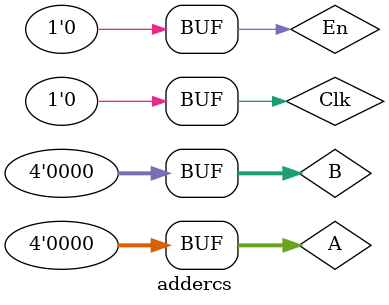
<source format=v>
`timescale 1ns / 1ps


module addercs;

	// Inputs
	reg [3:0] A;
	reg [3:0] B;
	reg Clk;
	reg En;

	// Outputs
	wire [3:0] Sum;
	wire Overflow;

	// Instantiate the Unit Under Test (UUT)
	adder uut (
		.A(A), 
		.B(B), 
		.Clk(Clk), 
		.En(En), 
		.Sum(Sum), 
		.Overflow(Overflow)
	);

	initial begin
		// Initialize Inputs
		A = 0;
		B = 0;
		Clk = 0;
		En = 0;

		// Wait 100 ns for global reset to finish
		#100;
        
		// Add stimulus here

	end
      
endmodule


</source>
